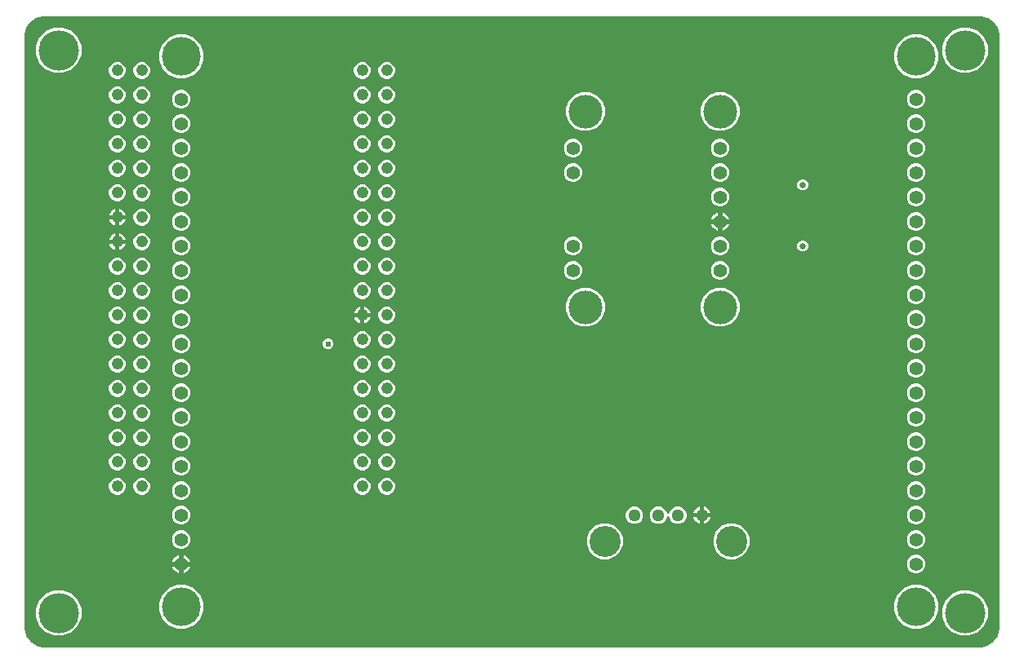
<source format=gbr>
G04 EAGLE Gerber RS-274X export*
G75*
%MOMM*%
%FSLAX34Y34*%
%LPD*%
%INCopper Layer 2*%
%IPPOS*%
%AMOC8*
5,1,8,0,0,1.08239X$1,22.5*%
G01*
%ADD10C,1.244600*%
%ADD11C,1.400000*%
%ADD12C,4.016000*%
%ADD13C,3.500000*%
%ADD14C,1.288000*%
%ADD15C,3.220000*%
%ADD16C,4.191000*%
%ADD17C,0.609600*%
%ADD18C,0.654800*%

G36*
X23906Y-10161D02*
X23906Y-10161D01*
X23970Y-10159D01*
X25234Y-10159D01*
X25255Y-10157D01*
X25344Y-10154D01*
X26318Y-10069D01*
X26318Y-10070D01*
X26430Y-10098D01*
X26540Y-10135D01*
X26584Y-10138D01*
X26626Y-10149D01*
X26787Y-10159D01*
X989213Y-10159D01*
X989257Y-10154D01*
X989300Y-10156D01*
X989414Y-10134D01*
X989529Y-10119D01*
X989569Y-10103D01*
X989613Y-10095D01*
X989669Y-10068D01*
X990656Y-10154D01*
X990677Y-10154D01*
X990766Y-10159D01*
X992015Y-10159D01*
X992032Y-10164D01*
X992131Y-10170D01*
X992151Y-10173D01*
X992164Y-10172D01*
X992193Y-10174D01*
X994355Y-10174D01*
X994440Y-10163D01*
X994525Y-10162D01*
X994660Y-10135D01*
X994670Y-10134D01*
X994674Y-10132D01*
X994683Y-10131D01*
X1001270Y-8366D01*
X1001401Y-8312D01*
X1001532Y-8263D01*
X1001554Y-8250D01*
X1001565Y-8245D01*
X1001581Y-8234D01*
X1001670Y-8179D01*
X1007256Y-4268D01*
X1007360Y-4173D01*
X1007467Y-4082D01*
X1007483Y-4062D01*
X1007492Y-4054D01*
X1007503Y-4038D01*
X1007568Y-3956D01*
X1011479Y1630D01*
X1011545Y1754D01*
X1011614Y1877D01*
X1011622Y1901D01*
X1011628Y1911D01*
X1011632Y1931D01*
X1011666Y2030D01*
X1013431Y8617D01*
X1013442Y8702D01*
X1013464Y8784D01*
X1013472Y8921D01*
X1013474Y8932D01*
X1013473Y8936D01*
X1013474Y8945D01*
X1013474Y11107D01*
X1013461Y11206D01*
X1013459Y11275D01*
X1013459Y12534D01*
X1013457Y12555D01*
X1013454Y12644D01*
X1013369Y13618D01*
X1013370Y13618D01*
X1013398Y13730D01*
X1013435Y13840D01*
X1013438Y13884D01*
X1013449Y13926D01*
X1013459Y14087D01*
X1013459Y620913D01*
X1013454Y620957D01*
X1013456Y621000D01*
X1013434Y621114D01*
X1013419Y621229D01*
X1013403Y621269D01*
X1013395Y621313D01*
X1013368Y621369D01*
X1013454Y622356D01*
X1013454Y622377D01*
X1013459Y622466D01*
X1013459Y623715D01*
X1013464Y623732D01*
X1013470Y623832D01*
X1013473Y623852D01*
X1013472Y623865D01*
X1013474Y623893D01*
X1013474Y626055D01*
X1013463Y626140D01*
X1013462Y626225D01*
X1013435Y626360D01*
X1013434Y626370D01*
X1013432Y626374D01*
X1013431Y626383D01*
X1011666Y632970D01*
X1011612Y633101D01*
X1011563Y633232D01*
X1011550Y633254D01*
X1011545Y633265D01*
X1011534Y633281D01*
X1011479Y633370D01*
X1007568Y638956D01*
X1007473Y639060D01*
X1007382Y639167D01*
X1007362Y639183D01*
X1007354Y639192D01*
X1007338Y639203D01*
X1007256Y639268D01*
X1001670Y643179D01*
X1001545Y643245D01*
X1001423Y643314D01*
X1001399Y643322D01*
X1001389Y643328D01*
X1001369Y643332D01*
X1001270Y643366D01*
X994683Y645131D01*
X994598Y645142D01*
X994515Y645164D01*
X994379Y645172D01*
X994368Y645174D01*
X994364Y645173D01*
X994355Y645174D01*
X992193Y645174D01*
X992094Y645161D01*
X992025Y645159D01*
X990766Y645159D01*
X990745Y645157D01*
X990656Y645154D01*
X989682Y645069D01*
X989682Y645070D01*
X989570Y645098D01*
X989460Y645135D01*
X989416Y645138D01*
X989374Y645149D01*
X989213Y645159D01*
X26787Y645159D01*
X26743Y645154D01*
X26700Y645156D01*
X26586Y645134D01*
X26471Y645119D01*
X26431Y645103D01*
X26387Y645095D01*
X26331Y645068D01*
X25344Y645154D01*
X25323Y645154D01*
X25234Y645159D01*
X23985Y645159D01*
X23968Y645164D01*
X23868Y645170D01*
X23848Y645173D01*
X23835Y645172D01*
X23807Y645174D01*
X21645Y645174D01*
X21560Y645163D01*
X21475Y645162D01*
X21340Y645135D01*
X21330Y645134D01*
X21326Y645132D01*
X21317Y645131D01*
X14730Y643366D01*
X14599Y643312D01*
X14468Y643263D01*
X14446Y643250D01*
X14435Y643245D01*
X14419Y643234D01*
X14330Y643179D01*
X8744Y639268D01*
X8640Y639173D01*
X8533Y639082D01*
X8517Y639062D01*
X8508Y639054D01*
X8497Y639038D01*
X8432Y638956D01*
X4521Y633370D01*
X4455Y633245D01*
X4386Y633123D01*
X4378Y633099D01*
X4372Y633089D01*
X4368Y633069D01*
X4334Y632970D01*
X2569Y626383D01*
X2558Y626298D01*
X2536Y626215D01*
X2528Y626079D01*
X2526Y626068D01*
X2527Y626064D01*
X2526Y626055D01*
X2526Y623893D01*
X2539Y623794D01*
X2541Y623725D01*
X2541Y622466D01*
X2543Y622445D01*
X2546Y622356D01*
X2631Y621382D01*
X2630Y621382D01*
X2602Y621270D01*
X2565Y621160D01*
X2562Y621116D01*
X2551Y621074D01*
X2541Y620913D01*
X2541Y14087D01*
X2546Y14043D01*
X2544Y14000D01*
X2566Y13886D01*
X2581Y13771D01*
X2597Y13731D01*
X2605Y13687D01*
X2632Y13631D01*
X2546Y12644D01*
X2546Y12623D01*
X2541Y12534D01*
X2541Y11285D01*
X2536Y11268D01*
X2530Y11168D01*
X2527Y11148D01*
X2528Y11135D01*
X2526Y11107D01*
X2526Y8945D01*
X2537Y8860D01*
X2538Y8775D01*
X2565Y8640D01*
X2566Y8630D01*
X2568Y8626D01*
X2569Y8617D01*
X4334Y2030D01*
X4388Y1899D01*
X4437Y1768D01*
X4450Y1746D01*
X4455Y1735D01*
X4466Y1719D01*
X4521Y1630D01*
X8432Y-3956D01*
X8527Y-4060D01*
X8618Y-4167D01*
X8638Y-4183D01*
X8646Y-4192D01*
X8662Y-4203D01*
X8744Y-4268D01*
X14330Y-8179D01*
X14455Y-8245D01*
X14577Y-8314D01*
X14601Y-8322D01*
X14611Y-8328D01*
X14631Y-8332D01*
X14730Y-8366D01*
X21317Y-10131D01*
X21402Y-10142D01*
X21485Y-10164D01*
X21621Y-10172D01*
X21632Y-10174D01*
X21636Y-10173D01*
X21645Y-10174D01*
X23807Y-10174D01*
X23906Y-10161D01*
G37*
%LPC*%
G36*
X973226Y586104D02*
X973226Y586104D01*
X964591Y589681D01*
X957981Y596291D01*
X954404Y604926D01*
X954404Y614274D01*
X957981Y622909D01*
X964591Y629519D01*
X973226Y633096D01*
X982574Y633096D01*
X991209Y629519D01*
X997819Y622909D01*
X1001396Y614274D01*
X1001396Y604926D01*
X997819Y596291D01*
X991209Y589681D01*
X982574Y586104D01*
X973226Y586104D01*
G37*
%LPD*%
%LPC*%
G36*
X33426Y586104D02*
X33426Y586104D01*
X24791Y589681D01*
X18181Y596291D01*
X14604Y604926D01*
X14604Y614274D01*
X18181Y622909D01*
X24791Y629519D01*
X33426Y633096D01*
X42774Y633096D01*
X51409Y629519D01*
X58019Y622909D01*
X61596Y614274D01*
X61596Y604926D01*
X58019Y596291D01*
X51409Y589681D01*
X42774Y586104D01*
X33426Y586104D01*
G37*
%LPD*%
%LPC*%
G36*
X33426Y1904D02*
X33426Y1904D01*
X24791Y5481D01*
X18181Y12091D01*
X14604Y20726D01*
X14604Y30074D01*
X18181Y38709D01*
X24791Y45319D01*
X33426Y48896D01*
X42774Y48896D01*
X51409Y45319D01*
X58019Y38709D01*
X61596Y30074D01*
X61596Y20726D01*
X58019Y12091D01*
X51409Y5481D01*
X42774Y1904D01*
X33426Y1904D01*
G37*
%LPD*%
%LPC*%
G36*
X973226Y1904D02*
X973226Y1904D01*
X964591Y5481D01*
X957981Y12091D01*
X954404Y20726D01*
X954404Y30074D01*
X957981Y38709D01*
X964591Y45319D01*
X973226Y48896D01*
X982574Y48896D01*
X991209Y45319D01*
X997819Y38709D01*
X1001396Y30074D01*
X1001396Y20726D01*
X997819Y12091D01*
X991209Y5481D01*
X982574Y1904D01*
X973226Y1904D01*
G37*
%LPD*%
%LPC*%
G36*
X922600Y580629D02*
X922600Y580629D01*
X914286Y584073D01*
X907923Y590436D01*
X904479Y598750D01*
X904479Y607750D01*
X907923Y616064D01*
X914286Y622427D01*
X922600Y625871D01*
X931600Y625871D01*
X939914Y622427D01*
X946277Y616064D01*
X949721Y607750D01*
X949721Y598750D01*
X946277Y590436D01*
X939914Y584073D01*
X931600Y580629D01*
X922600Y580629D01*
G37*
%LPD*%
%LPC*%
G36*
X160600Y580629D02*
X160600Y580629D01*
X152286Y584073D01*
X145923Y590436D01*
X142479Y598750D01*
X142479Y607750D01*
X145923Y616064D01*
X152286Y622427D01*
X160600Y625871D01*
X169600Y625871D01*
X177914Y622427D01*
X184277Y616064D01*
X187721Y607750D01*
X187721Y598750D01*
X184277Y590436D01*
X177914Y584073D01*
X169600Y580629D01*
X160600Y580629D01*
G37*
%LPD*%
%LPC*%
G36*
X922600Y9129D02*
X922600Y9129D01*
X914286Y12573D01*
X907923Y18936D01*
X904479Y27250D01*
X904479Y36250D01*
X907923Y44564D01*
X914286Y50927D01*
X922600Y54371D01*
X931600Y54371D01*
X939914Y50927D01*
X946277Y44564D01*
X949721Y36250D01*
X949721Y27250D01*
X946277Y18936D01*
X939914Y12573D01*
X931600Y9129D01*
X922600Y9129D01*
G37*
%LPD*%
%LPC*%
G36*
X160600Y9129D02*
X160600Y9129D01*
X152286Y12573D01*
X145923Y18936D01*
X142479Y27250D01*
X142479Y36250D01*
X145923Y44564D01*
X152286Y50927D01*
X160600Y54371D01*
X169600Y54371D01*
X177914Y50927D01*
X184277Y44564D01*
X187721Y36250D01*
X187721Y27250D01*
X184277Y18936D01*
X177914Y12573D01*
X169600Y9129D01*
X160600Y9129D01*
G37*
%LPD*%
%LPC*%
G36*
X719914Y526059D02*
X719914Y526059D01*
X712548Y529110D01*
X706910Y534748D01*
X703859Y542114D01*
X703859Y550086D01*
X706910Y557452D01*
X712548Y563090D01*
X719914Y566141D01*
X727886Y566141D01*
X735252Y563090D01*
X740890Y557452D01*
X743941Y550086D01*
X743941Y542114D01*
X740890Y534748D01*
X735252Y529110D01*
X727886Y526059D01*
X719914Y526059D01*
G37*
%LPD*%
%LPC*%
G36*
X580214Y526059D02*
X580214Y526059D01*
X572848Y529110D01*
X567210Y534748D01*
X564159Y542114D01*
X564159Y550086D01*
X567210Y557452D01*
X572848Y563090D01*
X580214Y566141D01*
X588186Y566141D01*
X595552Y563090D01*
X601190Y557452D01*
X604241Y550086D01*
X604241Y542114D01*
X601190Y534748D01*
X595552Y529110D01*
X588186Y526059D01*
X580214Y526059D01*
G37*
%LPD*%
%LPC*%
G36*
X580214Y322859D02*
X580214Y322859D01*
X572848Y325910D01*
X567210Y331548D01*
X564159Y338914D01*
X564159Y346886D01*
X567210Y354252D01*
X572848Y359890D01*
X580214Y362941D01*
X588186Y362941D01*
X595552Y359890D01*
X601190Y354252D01*
X604241Y346886D01*
X604241Y338914D01*
X601190Y331548D01*
X595552Y325910D01*
X588186Y322859D01*
X580214Y322859D01*
G37*
%LPD*%
%LPC*%
G36*
X719914Y322859D02*
X719914Y322859D01*
X712548Y325910D01*
X706910Y331548D01*
X703859Y338914D01*
X703859Y346886D01*
X706910Y354252D01*
X712548Y359890D01*
X719914Y362941D01*
X727886Y362941D01*
X735252Y359890D01*
X740890Y354252D01*
X743941Y346886D01*
X743941Y338914D01*
X740890Y331548D01*
X735252Y325910D01*
X727886Y322859D01*
X719914Y322859D01*
G37*
%LPD*%
%LPC*%
G36*
X731992Y81259D02*
X731992Y81259D01*
X725141Y84097D01*
X719897Y89341D01*
X717059Y96192D01*
X717059Y103608D01*
X719897Y110459D01*
X725141Y115703D01*
X731992Y118541D01*
X739408Y118541D01*
X746259Y115703D01*
X751503Y110459D01*
X754341Y103608D01*
X754341Y96192D01*
X751503Y89341D01*
X746259Y84097D01*
X739408Y81259D01*
X731992Y81259D01*
G37*
%LPD*%
%LPC*%
G36*
X600592Y81259D02*
X600592Y81259D01*
X593741Y84097D01*
X588497Y89341D01*
X585659Y96192D01*
X585659Y103608D01*
X588497Y110459D01*
X593741Y115703D01*
X600592Y118541D01*
X608008Y118541D01*
X614859Y115703D01*
X620103Y110459D01*
X622941Y103608D01*
X622941Y96192D01*
X620103Y89341D01*
X614859Y84097D01*
X608008Y81259D01*
X600592Y81259D01*
G37*
%LPD*%
%LPC*%
G36*
X658214Y118019D02*
X658214Y118019D01*
X654913Y119386D01*
X652386Y121913D01*
X651019Y125214D01*
X651019Y128786D01*
X652386Y132087D01*
X654913Y134614D01*
X658214Y135981D01*
X661786Y135981D01*
X665087Y134614D01*
X667614Y132087D01*
X668827Y129157D01*
X668896Y129036D01*
X668961Y128913D01*
X668975Y128898D01*
X668985Y128880D01*
X669082Y128780D01*
X669175Y128678D01*
X669192Y128666D01*
X669206Y128652D01*
X669324Y128579D01*
X669441Y128503D01*
X669460Y128496D01*
X669477Y128486D01*
X669610Y128445D01*
X669742Y128400D01*
X669762Y128398D01*
X669781Y128392D01*
X669920Y128385D01*
X670059Y128374D01*
X670079Y128378D01*
X670099Y128377D01*
X670235Y128405D01*
X670372Y128429D01*
X670391Y128437D01*
X670410Y128441D01*
X670535Y128502D01*
X670662Y128559D01*
X670678Y128572D01*
X670696Y128581D01*
X670802Y128671D01*
X670910Y128758D01*
X670923Y128774D01*
X670938Y128787D01*
X671018Y128901D01*
X671102Y129012D01*
X671114Y129037D01*
X671121Y129047D01*
X671128Y129067D01*
X671173Y129157D01*
X672386Y132087D01*
X674913Y134614D01*
X678214Y135981D01*
X681786Y135981D01*
X685087Y134614D01*
X687614Y132087D01*
X688981Y128786D01*
X688981Y125214D01*
X687614Y121913D01*
X685087Y119386D01*
X681786Y118019D01*
X678214Y118019D01*
X674913Y119386D01*
X672386Y121913D01*
X671173Y124843D01*
X671104Y124964D01*
X671039Y125087D01*
X671025Y125102D01*
X671015Y125120D01*
X670918Y125220D01*
X670825Y125322D01*
X670808Y125333D01*
X670794Y125348D01*
X670675Y125421D01*
X670559Y125497D01*
X670540Y125504D01*
X670523Y125514D01*
X670390Y125555D01*
X670258Y125600D01*
X670238Y125602D01*
X670219Y125608D01*
X670080Y125615D01*
X669941Y125626D01*
X669921Y125622D01*
X669901Y125623D01*
X669765Y125595D01*
X669628Y125571D01*
X669609Y125563D01*
X669590Y125559D01*
X669464Y125497D01*
X669338Y125441D01*
X669322Y125428D01*
X669304Y125419D01*
X669198Y125329D01*
X669090Y125242D01*
X669077Y125226D01*
X669062Y125213D01*
X668982Y125099D01*
X668898Y124988D01*
X668886Y124963D01*
X668879Y124953D01*
X668872Y124933D01*
X668827Y124843D01*
X667614Y121913D01*
X665087Y119386D01*
X661786Y118019D01*
X658214Y118019D01*
G37*
%LPD*%
%LPC*%
G36*
X163202Y549259D02*
X163202Y549259D01*
X159696Y550712D01*
X157012Y553396D01*
X155559Y556902D01*
X155559Y560698D01*
X157012Y564204D01*
X159696Y566888D01*
X163202Y568341D01*
X166998Y568341D01*
X170504Y566888D01*
X173188Y564204D01*
X174641Y560698D01*
X174641Y556902D01*
X173188Y553396D01*
X170504Y550712D01*
X166998Y549259D01*
X163202Y549259D01*
G37*
%LPD*%
%LPC*%
G36*
X163202Y269859D02*
X163202Y269859D01*
X159696Y271312D01*
X157012Y273996D01*
X155559Y277502D01*
X155559Y281298D01*
X157012Y284804D01*
X159696Y287488D01*
X163202Y288941D01*
X166998Y288941D01*
X170504Y287488D01*
X173188Y284804D01*
X174641Y281298D01*
X174641Y277502D01*
X173188Y273996D01*
X170504Y271312D01*
X166998Y269859D01*
X163202Y269859D01*
G37*
%LPD*%
%LPC*%
G36*
X925202Y269859D02*
X925202Y269859D01*
X921696Y271312D01*
X919012Y273996D01*
X917559Y277502D01*
X917559Y281298D01*
X919012Y284804D01*
X921696Y287488D01*
X925202Y288941D01*
X928998Y288941D01*
X932504Y287488D01*
X935188Y284804D01*
X936641Y281298D01*
X936641Y277502D01*
X935188Y273996D01*
X932504Y271312D01*
X928998Y269859D01*
X925202Y269859D01*
G37*
%LPD*%
%LPC*%
G36*
X163202Y295259D02*
X163202Y295259D01*
X159696Y296712D01*
X157012Y299396D01*
X155559Y302902D01*
X155559Y306698D01*
X157012Y310204D01*
X159696Y312888D01*
X163202Y314341D01*
X166998Y314341D01*
X170504Y312888D01*
X173188Y310204D01*
X174641Y306698D01*
X174641Y302902D01*
X173188Y299396D01*
X170504Y296712D01*
X166998Y295259D01*
X163202Y295259D01*
G37*
%LPD*%
%LPC*%
G36*
X925202Y219059D02*
X925202Y219059D01*
X921696Y220512D01*
X919012Y223196D01*
X917559Y226702D01*
X917559Y230498D01*
X919012Y234004D01*
X921696Y236688D01*
X925202Y238141D01*
X928998Y238141D01*
X932504Y236688D01*
X935188Y234004D01*
X936641Y230498D01*
X936641Y226702D01*
X935188Y223196D01*
X932504Y220512D01*
X928998Y219059D01*
X925202Y219059D01*
G37*
%LPD*%
%LPC*%
G36*
X925202Y523859D02*
X925202Y523859D01*
X921696Y525312D01*
X919012Y527996D01*
X917559Y531502D01*
X917559Y535298D01*
X919012Y538804D01*
X921696Y541488D01*
X925202Y542941D01*
X928998Y542941D01*
X932504Y541488D01*
X935188Y538804D01*
X936641Y535298D01*
X936641Y531502D01*
X935188Y527996D01*
X932504Y525312D01*
X928998Y523859D01*
X925202Y523859D01*
G37*
%LPD*%
%LPC*%
G36*
X163202Y523859D02*
X163202Y523859D01*
X159696Y525312D01*
X157012Y527996D01*
X155559Y531502D01*
X155559Y535298D01*
X157012Y538804D01*
X159696Y541488D01*
X163202Y542941D01*
X166998Y542941D01*
X170504Y541488D01*
X173188Y538804D01*
X174641Y535298D01*
X174641Y531502D01*
X173188Y527996D01*
X170504Y525312D01*
X166998Y523859D01*
X163202Y523859D01*
G37*
%LPD*%
%LPC*%
G36*
X925202Y295259D02*
X925202Y295259D01*
X921696Y296712D01*
X919012Y299396D01*
X917559Y302902D01*
X917559Y306698D01*
X919012Y310204D01*
X921696Y312888D01*
X925202Y314341D01*
X928998Y314341D01*
X932504Y312888D01*
X935188Y310204D01*
X936641Y306698D01*
X936641Y302902D01*
X935188Y299396D01*
X932504Y296712D01*
X928998Y295259D01*
X925202Y295259D01*
G37*
%LPD*%
%LPC*%
G36*
X163202Y320659D02*
X163202Y320659D01*
X159696Y322112D01*
X157012Y324796D01*
X155559Y328302D01*
X155559Y332098D01*
X157012Y335604D01*
X159696Y338288D01*
X163202Y339741D01*
X166998Y339741D01*
X170504Y338288D01*
X173188Y335604D01*
X174641Y332098D01*
X174641Y328302D01*
X173188Y324796D01*
X170504Y322112D01*
X166998Y320659D01*
X163202Y320659D01*
G37*
%LPD*%
%LPC*%
G36*
X722002Y371459D02*
X722002Y371459D01*
X718496Y372912D01*
X715812Y375596D01*
X714359Y379102D01*
X714359Y382898D01*
X715812Y386404D01*
X718496Y389088D01*
X722002Y390541D01*
X725798Y390541D01*
X729304Y389088D01*
X731988Y386404D01*
X733441Y382898D01*
X733441Y379102D01*
X731988Y375596D01*
X729304Y372912D01*
X725798Y371459D01*
X722002Y371459D01*
G37*
%LPD*%
%LPC*%
G36*
X569602Y371459D02*
X569602Y371459D01*
X566096Y372912D01*
X563412Y375596D01*
X561959Y379102D01*
X561959Y382898D01*
X563412Y386404D01*
X566096Y389088D01*
X569602Y390541D01*
X573398Y390541D01*
X576904Y389088D01*
X579588Y386404D01*
X581041Y382898D01*
X581041Y379102D01*
X579588Y375596D01*
X576904Y372912D01*
X573398Y371459D01*
X569602Y371459D01*
G37*
%LPD*%
%LPC*%
G36*
X925202Y498459D02*
X925202Y498459D01*
X921696Y499912D01*
X919012Y502596D01*
X917559Y506102D01*
X917559Y509898D01*
X919012Y513404D01*
X921696Y516088D01*
X925202Y517541D01*
X928998Y517541D01*
X932504Y516088D01*
X935188Y513404D01*
X936641Y509898D01*
X936641Y506102D01*
X935188Y502596D01*
X932504Y499912D01*
X928998Y498459D01*
X925202Y498459D01*
G37*
%LPD*%
%LPC*%
G36*
X722002Y498459D02*
X722002Y498459D01*
X718496Y499912D01*
X715812Y502596D01*
X714359Y506102D01*
X714359Y509898D01*
X715812Y513404D01*
X718496Y516088D01*
X722002Y517541D01*
X725798Y517541D01*
X729304Y516088D01*
X731988Y513404D01*
X733441Y509898D01*
X733441Y506102D01*
X731988Y502596D01*
X729304Y499912D01*
X725798Y498459D01*
X722002Y498459D01*
G37*
%LPD*%
%LPC*%
G36*
X569602Y498459D02*
X569602Y498459D01*
X566096Y499912D01*
X563412Y502596D01*
X561959Y506102D01*
X561959Y509898D01*
X563412Y513404D01*
X566096Y516088D01*
X569602Y517541D01*
X573398Y517541D01*
X576904Y516088D01*
X579588Y513404D01*
X581041Y509898D01*
X581041Y506102D01*
X579588Y502596D01*
X576904Y499912D01*
X573398Y498459D01*
X569602Y498459D01*
G37*
%LPD*%
%LPC*%
G36*
X163202Y498459D02*
X163202Y498459D01*
X159696Y499912D01*
X157012Y502596D01*
X155559Y506102D01*
X155559Y509898D01*
X157012Y513404D01*
X159696Y516088D01*
X163202Y517541D01*
X166998Y517541D01*
X170504Y516088D01*
X173188Y513404D01*
X174641Y509898D01*
X174641Y506102D01*
X173188Y502596D01*
X170504Y499912D01*
X166998Y498459D01*
X163202Y498459D01*
G37*
%LPD*%
%LPC*%
G36*
X163202Y371459D02*
X163202Y371459D01*
X159696Y372912D01*
X157012Y375596D01*
X155559Y379102D01*
X155559Y382898D01*
X157012Y386404D01*
X159696Y389088D01*
X163202Y390541D01*
X166998Y390541D01*
X170504Y389088D01*
X173188Y386404D01*
X174641Y382898D01*
X174641Y379102D01*
X173188Y375596D01*
X170504Y372912D01*
X166998Y371459D01*
X163202Y371459D01*
G37*
%LPD*%
%LPC*%
G36*
X925202Y320659D02*
X925202Y320659D01*
X921696Y322112D01*
X919012Y324796D01*
X917559Y328302D01*
X917559Y332098D01*
X919012Y335604D01*
X921696Y338288D01*
X925202Y339741D01*
X928998Y339741D01*
X932504Y338288D01*
X935188Y335604D01*
X936641Y332098D01*
X936641Y328302D01*
X935188Y324796D01*
X932504Y322112D01*
X928998Y320659D01*
X925202Y320659D01*
G37*
%LPD*%
%LPC*%
G36*
X163202Y346059D02*
X163202Y346059D01*
X159696Y347512D01*
X157012Y350196D01*
X155559Y353702D01*
X155559Y357498D01*
X157012Y361004D01*
X159696Y363688D01*
X163202Y365141D01*
X166998Y365141D01*
X170504Y363688D01*
X173188Y361004D01*
X174641Y357498D01*
X174641Y353702D01*
X173188Y350196D01*
X170504Y347512D01*
X166998Y346059D01*
X163202Y346059D01*
G37*
%LPD*%
%LPC*%
G36*
X925202Y396859D02*
X925202Y396859D01*
X921696Y398312D01*
X919012Y400996D01*
X917559Y404502D01*
X917559Y408298D01*
X919012Y411804D01*
X921696Y414488D01*
X925202Y415941D01*
X928998Y415941D01*
X932504Y414488D01*
X935188Y411804D01*
X936641Y408298D01*
X936641Y404502D01*
X935188Y400996D01*
X932504Y398312D01*
X928998Y396859D01*
X925202Y396859D01*
G37*
%LPD*%
%LPC*%
G36*
X925202Y473059D02*
X925202Y473059D01*
X921696Y474512D01*
X919012Y477196D01*
X917559Y480702D01*
X917559Y484498D01*
X919012Y488004D01*
X921696Y490688D01*
X925202Y492141D01*
X928998Y492141D01*
X932504Y490688D01*
X935188Y488004D01*
X936641Y484498D01*
X936641Y480702D01*
X935188Y477196D01*
X932504Y474512D01*
X928998Y473059D01*
X925202Y473059D01*
G37*
%LPD*%
%LPC*%
G36*
X722002Y473059D02*
X722002Y473059D01*
X718496Y474512D01*
X715812Y477196D01*
X714359Y480702D01*
X714359Y484498D01*
X715812Y488004D01*
X718496Y490688D01*
X722002Y492141D01*
X725798Y492141D01*
X729304Y490688D01*
X731988Y488004D01*
X733441Y484498D01*
X733441Y480702D01*
X731988Y477196D01*
X729304Y474512D01*
X725798Y473059D01*
X722002Y473059D01*
G37*
%LPD*%
%LPC*%
G36*
X569602Y473059D02*
X569602Y473059D01*
X566096Y474512D01*
X563412Y477196D01*
X561959Y480702D01*
X561959Y484498D01*
X563412Y488004D01*
X566096Y490688D01*
X569602Y492141D01*
X573398Y492141D01*
X576904Y490688D01*
X579588Y488004D01*
X581041Y484498D01*
X581041Y480702D01*
X579588Y477196D01*
X576904Y474512D01*
X573398Y473059D01*
X569602Y473059D01*
G37*
%LPD*%
%LPC*%
G36*
X163202Y473059D02*
X163202Y473059D01*
X159696Y474512D01*
X157012Y477196D01*
X155559Y480702D01*
X155559Y484498D01*
X157012Y488004D01*
X159696Y490688D01*
X163202Y492141D01*
X166998Y492141D01*
X170504Y490688D01*
X173188Y488004D01*
X174641Y484498D01*
X174641Y480702D01*
X173188Y477196D01*
X170504Y474512D01*
X166998Y473059D01*
X163202Y473059D01*
G37*
%LPD*%
%LPC*%
G36*
X163202Y219059D02*
X163202Y219059D01*
X159696Y220512D01*
X157012Y223196D01*
X155559Y226702D01*
X155559Y230498D01*
X157012Y234004D01*
X159696Y236688D01*
X163202Y238141D01*
X166998Y238141D01*
X170504Y236688D01*
X173188Y234004D01*
X174641Y230498D01*
X174641Y226702D01*
X173188Y223196D01*
X170504Y220512D01*
X166998Y219059D01*
X163202Y219059D01*
G37*
%LPD*%
%LPC*%
G36*
X722002Y396859D02*
X722002Y396859D01*
X718496Y398312D01*
X715812Y400996D01*
X714359Y404502D01*
X714359Y408298D01*
X715812Y411804D01*
X718496Y414488D01*
X722002Y415941D01*
X725798Y415941D01*
X729304Y414488D01*
X731988Y411804D01*
X733441Y408298D01*
X733441Y404502D01*
X731988Y400996D01*
X729304Y398312D01*
X725798Y396859D01*
X722002Y396859D01*
G37*
%LPD*%
%LPC*%
G36*
X569602Y396859D02*
X569602Y396859D01*
X566096Y398312D01*
X563412Y400996D01*
X561959Y404502D01*
X561959Y408298D01*
X563412Y411804D01*
X566096Y414488D01*
X569602Y415941D01*
X573398Y415941D01*
X576904Y414488D01*
X579588Y411804D01*
X581041Y408298D01*
X581041Y404502D01*
X579588Y400996D01*
X576904Y398312D01*
X573398Y396859D01*
X569602Y396859D01*
G37*
%LPD*%
%LPC*%
G36*
X163202Y396859D02*
X163202Y396859D01*
X159696Y398312D01*
X157012Y400996D01*
X155559Y404502D01*
X155559Y408298D01*
X157012Y411804D01*
X159696Y414488D01*
X163202Y415941D01*
X166998Y415941D01*
X170504Y414488D01*
X173188Y411804D01*
X174641Y408298D01*
X174641Y404502D01*
X173188Y400996D01*
X170504Y398312D01*
X166998Y396859D01*
X163202Y396859D01*
G37*
%LPD*%
%LPC*%
G36*
X925202Y346059D02*
X925202Y346059D01*
X921696Y347512D01*
X919012Y350196D01*
X917559Y353702D01*
X917559Y357498D01*
X919012Y361004D01*
X921696Y363688D01*
X925202Y365141D01*
X928998Y365141D01*
X932504Y363688D01*
X935188Y361004D01*
X936641Y357498D01*
X936641Y353702D01*
X935188Y350196D01*
X932504Y347512D01*
X928998Y346059D01*
X925202Y346059D01*
G37*
%LPD*%
%LPC*%
G36*
X925202Y447659D02*
X925202Y447659D01*
X921696Y449112D01*
X919012Y451796D01*
X917559Y455302D01*
X917559Y459098D01*
X919012Y462604D01*
X921696Y465288D01*
X925202Y466741D01*
X928998Y466741D01*
X932504Y465288D01*
X935188Y462604D01*
X936641Y459098D01*
X936641Y455302D01*
X935188Y451796D01*
X932504Y449112D01*
X928998Y447659D01*
X925202Y447659D01*
G37*
%LPD*%
%LPC*%
G36*
X722002Y447659D02*
X722002Y447659D01*
X718496Y449112D01*
X715812Y451796D01*
X714359Y455302D01*
X714359Y459098D01*
X715812Y462604D01*
X718496Y465288D01*
X722002Y466741D01*
X725798Y466741D01*
X729304Y465288D01*
X731988Y462604D01*
X733441Y459098D01*
X733441Y455302D01*
X731988Y451796D01*
X729304Y449112D01*
X725798Y447659D01*
X722002Y447659D01*
G37*
%LPD*%
%LPC*%
G36*
X163202Y447659D02*
X163202Y447659D01*
X159696Y449112D01*
X157012Y451796D01*
X155559Y455302D01*
X155559Y459098D01*
X157012Y462604D01*
X159696Y465288D01*
X163202Y466741D01*
X166998Y466741D01*
X170504Y465288D01*
X173188Y462604D01*
X174641Y459098D01*
X174641Y455302D01*
X173188Y451796D01*
X170504Y449112D01*
X166998Y447659D01*
X163202Y447659D01*
G37*
%LPD*%
%LPC*%
G36*
X925202Y193659D02*
X925202Y193659D01*
X921696Y195112D01*
X919012Y197796D01*
X917559Y201302D01*
X917559Y205098D01*
X919012Y208604D01*
X921696Y211288D01*
X925202Y212741D01*
X928998Y212741D01*
X932504Y211288D01*
X935188Y208604D01*
X936641Y205098D01*
X936641Y201302D01*
X935188Y197796D01*
X932504Y195112D01*
X928998Y193659D01*
X925202Y193659D01*
G37*
%LPD*%
%LPC*%
G36*
X925202Y371459D02*
X925202Y371459D01*
X921696Y372912D01*
X919012Y375596D01*
X917559Y379102D01*
X917559Y382898D01*
X919012Y386404D01*
X921696Y389088D01*
X925202Y390541D01*
X928998Y390541D01*
X932504Y389088D01*
X935188Y386404D01*
X936641Y382898D01*
X936641Y379102D01*
X935188Y375596D01*
X932504Y372912D01*
X928998Y371459D01*
X925202Y371459D01*
G37*
%LPD*%
%LPC*%
G36*
X925202Y168259D02*
X925202Y168259D01*
X921696Y169712D01*
X919012Y172396D01*
X917559Y175902D01*
X917559Y179698D01*
X919012Y183204D01*
X921696Y185888D01*
X925202Y187341D01*
X928998Y187341D01*
X932504Y185888D01*
X935188Y183204D01*
X936641Y179698D01*
X936641Y175902D01*
X935188Y172396D01*
X932504Y169712D01*
X928998Y168259D01*
X925202Y168259D01*
G37*
%LPD*%
%LPC*%
G36*
X163202Y168259D02*
X163202Y168259D01*
X159696Y169712D01*
X157012Y172396D01*
X155559Y175902D01*
X155559Y179698D01*
X157012Y183204D01*
X159696Y185888D01*
X163202Y187341D01*
X166998Y187341D01*
X170504Y185888D01*
X173188Y183204D01*
X174641Y179698D01*
X174641Y175902D01*
X173188Y172396D01*
X170504Y169712D01*
X166998Y168259D01*
X163202Y168259D01*
G37*
%LPD*%
%LPC*%
G36*
X925202Y142859D02*
X925202Y142859D01*
X921696Y144312D01*
X919012Y146996D01*
X917559Y150502D01*
X917559Y154298D01*
X919012Y157804D01*
X921696Y160488D01*
X925202Y161941D01*
X928998Y161941D01*
X932504Y160488D01*
X935188Y157804D01*
X936641Y154298D01*
X936641Y150502D01*
X935188Y146996D01*
X932504Y144312D01*
X928998Y142859D01*
X925202Y142859D01*
G37*
%LPD*%
%LPC*%
G36*
X163202Y142859D02*
X163202Y142859D01*
X159696Y144312D01*
X157012Y146996D01*
X155559Y150502D01*
X155559Y154298D01*
X157012Y157804D01*
X159696Y160488D01*
X163202Y161941D01*
X166998Y161941D01*
X170504Y160488D01*
X173188Y157804D01*
X174641Y154298D01*
X174641Y150502D01*
X173188Y146996D01*
X170504Y144312D01*
X166998Y142859D01*
X163202Y142859D01*
G37*
%LPD*%
%LPC*%
G36*
X163202Y117459D02*
X163202Y117459D01*
X159696Y118912D01*
X157012Y121596D01*
X155559Y125102D01*
X155559Y128898D01*
X157012Y132404D01*
X159696Y135088D01*
X163202Y136541D01*
X166998Y136541D01*
X170504Y135088D01*
X173188Y132404D01*
X174641Y128898D01*
X174641Y125102D01*
X173188Y121596D01*
X170504Y118912D01*
X166998Y117459D01*
X163202Y117459D01*
G37*
%LPD*%
%LPC*%
G36*
X163202Y244459D02*
X163202Y244459D01*
X159696Y245912D01*
X157012Y248596D01*
X155559Y252102D01*
X155559Y255898D01*
X157012Y259404D01*
X159696Y262088D01*
X163202Y263541D01*
X166998Y263541D01*
X170504Y262088D01*
X173188Y259404D01*
X174641Y255898D01*
X174641Y252102D01*
X173188Y248596D01*
X170504Y245912D01*
X166998Y244459D01*
X163202Y244459D01*
G37*
%LPD*%
%LPC*%
G36*
X163202Y193659D02*
X163202Y193659D01*
X159696Y195112D01*
X157012Y197796D01*
X155559Y201302D01*
X155559Y205098D01*
X157012Y208604D01*
X159696Y211288D01*
X163202Y212741D01*
X166998Y212741D01*
X170504Y211288D01*
X173188Y208604D01*
X174641Y205098D01*
X174641Y201302D01*
X173188Y197796D01*
X170504Y195112D01*
X166998Y193659D01*
X163202Y193659D01*
G37*
%LPD*%
%LPC*%
G36*
X925202Y422259D02*
X925202Y422259D01*
X921696Y423712D01*
X919012Y426396D01*
X917559Y429902D01*
X917559Y433698D01*
X919012Y437204D01*
X921696Y439888D01*
X925202Y441341D01*
X928998Y441341D01*
X932504Y439888D01*
X935188Y437204D01*
X936641Y433698D01*
X936641Y429902D01*
X935188Y426396D01*
X932504Y423712D01*
X928998Y422259D01*
X925202Y422259D01*
G37*
%LPD*%
%LPC*%
G36*
X925202Y92059D02*
X925202Y92059D01*
X921696Y93512D01*
X919012Y96196D01*
X917559Y99702D01*
X917559Y103498D01*
X919012Y107004D01*
X921696Y109688D01*
X925202Y111141D01*
X928998Y111141D01*
X932504Y109688D01*
X935188Y107004D01*
X936641Y103498D01*
X936641Y99702D01*
X935188Y96196D01*
X932504Y93512D01*
X928998Y92059D01*
X925202Y92059D01*
G37*
%LPD*%
%LPC*%
G36*
X163202Y92059D02*
X163202Y92059D01*
X159696Y93512D01*
X157012Y96196D01*
X155559Y99702D01*
X155559Y103498D01*
X157012Y107004D01*
X159696Y109688D01*
X163202Y111141D01*
X166998Y111141D01*
X170504Y109688D01*
X173188Y107004D01*
X174641Y103498D01*
X174641Y99702D01*
X173188Y96196D01*
X170504Y93512D01*
X166998Y92059D01*
X163202Y92059D01*
G37*
%LPD*%
%LPC*%
G36*
X925202Y66659D02*
X925202Y66659D01*
X921696Y68112D01*
X919012Y70796D01*
X917559Y74302D01*
X917559Y78098D01*
X919012Y81604D01*
X921696Y84288D01*
X925202Y85741D01*
X928998Y85741D01*
X932504Y84288D01*
X935188Y81604D01*
X936641Y78098D01*
X936641Y74302D01*
X935188Y70796D01*
X932504Y68112D01*
X928998Y66659D01*
X925202Y66659D01*
G37*
%LPD*%
%LPC*%
G36*
X163202Y422259D02*
X163202Y422259D01*
X159696Y423712D01*
X157012Y426396D01*
X155559Y429902D01*
X155559Y433698D01*
X157012Y437204D01*
X159696Y439888D01*
X163202Y441341D01*
X166998Y441341D01*
X170504Y439888D01*
X173188Y437204D01*
X174641Y433698D01*
X174641Y429902D01*
X173188Y426396D01*
X170504Y423712D01*
X166998Y422259D01*
X163202Y422259D01*
G37*
%LPD*%
%LPC*%
G36*
X925202Y244459D02*
X925202Y244459D01*
X921696Y245912D01*
X919012Y248596D01*
X917559Y252102D01*
X917559Y255898D01*
X919012Y259404D01*
X921696Y262088D01*
X925202Y263541D01*
X928998Y263541D01*
X932504Y262088D01*
X935188Y259404D01*
X936641Y255898D01*
X936641Y252102D01*
X935188Y248596D01*
X932504Y245912D01*
X928998Y244459D01*
X925202Y244459D01*
G37*
%LPD*%
%LPC*%
G36*
X925202Y549259D02*
X925202Y549259D01*
X921696Y550712D01*
X919012Y553396D01*
X917559Y556902D01*
X917559Y560698D01*
X919012Y564204D01*
X921696Y566888D01*
X925202Y568341D01*
X928998Y568341D01*
X932504Y566888D01*
X935188Y564204D01*
X936641Y560698D01*
X936641Y556902D01*
X935188Y553396D01*
X932504Y550712D01*
X928998Y549259D01*
X925202Y549259D01*
G37*
%LPD*%
%LPC*%
G36*
X925202Y117459D02*
X925202Y117459D01*
X921696Y118912D01*
X919012Y121596D01*
X917559Y125102D01*
X917559Y128898D01*
X919012Y132404D01*
X921696Y135088D01*
X925202Y136541D01*
X928998Y136541D01*
X932504Y135088D01*
X935188Y132404D01*
X936641Y128898D01*
X936641Y125102D01*
X935188Y121596D01*
X932504Y118912D01*
X928998Y117459D01*
X925202Y117459D01*
G37*
%LPD*%
%LPC*%
G36*
X633214Y118019D02*
X633214Y118019D01*
X629913Y119386D01*
X627386Y121913D01*
X626019Y125214D01*
X626019Y128786D01*
X627386Y132087D01*
X629913Y134614D01*
X633214Y135981D01*
X636786Y135981D01*
X640087Y134614D01*
X642614Y132087D01*
X643981Y128786D01*
X643981Y125214D01*
X642614Y121913D01*
X640087Y119386D01*
X636786Y118019D01*
X633214Y118019D01*
G37*
%LPD*%
%LPC*%
G36*
X97057Y478236D02*
X97057Y478236D01*
X93836Y479570D01*
X91370Y482036D01*
X90036Y485257D01*
X90036Y488743D01*
X91370Y491964D01*
X93836Y494430D01*
X97057Y495764D01*
X100543Y495764D01*
X103764Y494430D01*
X106230Y491964D01*
X107564Y488743D01*
X107564Y485257D01*
X106230Y482036D01*
X103764Y479570D01*
X100543Y478236D01*
X97057Y478236D01*
G37*
%LPD*%
%LPC*%
G36*
X122457Y452836D02*
X122457Y452836D01*
X119236Y454170D01*
X116770Y456636D01*
X115436Y459857D01*
X115436Y463343D01*
X116770Y466564D01*
X119236Y469030D01*
X122457Y470364D01*
X125943Y470364D01*
X129164Y469030D01*
X131630Y466564D01*
X132964Y463343D01*
X132964Y459857D01*
X131630Y456636D01*
X129164Y454170D01*
X125943Y452836D01*
X122457Y452836D01*
G37*
%LPD*%
%LPC*%
G36*
X97057Y452836D02*
X97057Y452836D01*
X93836Y454170D01*
X91370Y456636D01*
X90036Y459857D01*
X90036Y463343D01*
X91370Y466564D01*
X93836Y469030D01*
X97057Y470364D01*
X100543Y470364D01*
X103764Y469030D01*
X106230Y466564D01*
X107564Y463343D01*
X107564Y459857D01*
X106230Y456636D01*
X103764Y454170D01*
X100543Y452836D01*
X97057Y452836D01*
G37*
%LPD*%
%LPC*%
G36*
X376457Y452836D02*
X376457Y452836D01*
X373236Y454170D01*
X370770Y456636D01*
X369436Y459857D01*
X369436Y463343D01*
X370770Y466564D01*
X373236Y469030D01*
X376457Y470364D01*
X379943Y470364D01*
X383164Y469030D01*
X385630Y466564D01*
X386964Y463343D01*
X386964Y459857D01*
X385630Y456636D01*
X383164Y454170D01*
X379943Y452836D01*
X376457Y452836D01*
G37*
%LPD*%
%LPC*%
G36*
X351057Y452836D02*
X351057Y452836D01*
X347836Y454170D01*
X345370Y456636D01*
X344036Y459857D01*
X344036Y463343D01*
X345370Y466564D01*
X347836Y469030D01*
X351057Y470364D01*
X354543Y470364D01*
X357764Y469030D01*
X360230Y466564D01*
X361564Y463343D01*
X361564Y459857D01*
X360230Y456636D01*
X357764Y454170D01*
X354543Y452836D01*
X351057Y452836D01*
G37*
%LPD*%
%LPC*%
G36*
X376457Y427436D02*
X376457Y427436D01*
X373236Y428770D01*
X370770Y431236D01*
X369436Y434457D01*
X369436Y437943D01*
X370770Y441164D01*
X373236Y443630D01*
X376457Y444964D01*
X379943Y444964D01*
X383164Y443630D01*
X385630Y441164D01*
X386964Y437943D01*
X386964Y434457D01*
X385630Y431236D01*
X383164Y428770D01*
X379943Y427436D01*
X376457Y427436D01*
G37*
%LPD*%
%LPC*%
G36*
X351057Y427436D02*
X351057Y427436D01*
X347836Y428770D01*
X345370Y431236D01*
X344036Y434457D01*
X344036Y437943D01*
X345370Y441164D01*
X347836Y443630D01*
X351057Y444964D01*
X354543Y444964D01*
X357764Y443630D01*
X360230Y441164D01*
X361564Y437943D01*
X361564Y434457D01*
X360230Y431236D01*
X357764Y428770D01*
X354543Y427436D01*
X351057Y427436D01*
G37*
%LPD*%
%LPC*%
G36*
X122457Y427436D02*
X122457Y427436D01*
X119236Y428770D01*
X116770Y431236D01*
X115436Y434457D01*
X115436Y437943D01*
X116770Y441164D01*
X119236Y443630D01*
X122457Y444964D01*
X125943Y444964D01*
X129164Y443630D01*
X131630Y441164D01*
X132964Y437943D01*
X132964Y434457D01*
X131630Y431236D01*
X129164Y428770D01*
X125943Y427436D01*
X122457Y427436D01*
G37*
%LPD*%
%LPC*%
G36*
X376457Y402036D02*
X376457Y402036D01*
X373236Y403370D01*
X370770Y405836D01*
X369436Y409057D01*
X369436Y412543D01*
X370770Y415764D01*
X373236Y418230D01*
X376457Y419564D01*
X379943Y419564D01*
X383164Y418230D01*
X385630Y415764D01*
X386964Y412543D01*
X386964Y409057D01*
X385630Y405836D01*
X383164Y403370D01*
X379943Y402036D01*
X376457Y402036D01*
G37*
%LPD*%
%LPC*%
G36*
X351057Y402036D02*
X351057Y402036D01*
X347836Y403370D01*
X345370Y405836D01*
X344036Y409057D01*
X344036Y412543D01*
X345370Y415764D01*
X347836Y418230D01*
X351057Y419564D01*
X354543Y419564D01*
X357764Y418230D01*
X360230Y415764D01*
X361564Y412543D01*
X361564Y409057D01*
X360230Y405836D01*
X357764Y403370D01*
X354543Y402036D01*
X351057Y402036D01*
G37*
%LPD*%
%LPC*%
G36*
X122457Y402036D02*
X122457Y402036D01*
X119236Y403370D01*
X116770Y405836D01*
X115436Y409057D01*
X115436Y412543D01*
X116770Y415764D01*
X119236Y418230D01*
X122457Y419564D01*
X125943Y419564D01*
X129164Y418230D01*
X131630Y415764D01*
X132964Y412543D01*
X132964Y409057D01*
X131630Y405836D01*
X129164Y403370D01*
X125943Y402036D01*
X122457Y402036D01*
G37*
%LPD*%
%LPC*%
G36*
X376457Y376636D02*
X376457Y376636D01*
X373236Y377970D01*
X370770Y380436D01*
X369436Y383657D01*
X369436Y387143D01*
X370770Y390364D01*
X373236Y392830D01*
X376457Y394164D01*
X379943Y394164D01*
X383164Y392830D01*
X385630Y390364D01*
X386964Y387143D01*
X386964Y383657D01*
X385630Y380436D01*
X383164Y377970D01*
X379943Y376636D01*
X376457Y376636D01*
G37*
%LPD*%
%LPC*%
G36*
X351057Y376636D02*
X351057Y376636D01*
X347836Y377970D01*
X345370Y380436D01*
X344036Y383657D01*
X344036Y387143D01*
X345370Y390364D01*
X347836Y392830D01*
X351057Y394164D01*
X354543Y394164D01*
X357764Y392830D01*
X360230Y390364D01*
X361564Y387143D01*
X361564Y383657D01*
X360230Y380436D01*
X357764Y377970D01*
X354543Y376636D01*
X351057Y376636D01*
G37*
%LPD*%
%LPC*%
G36*
X122457Y376636D02*
X122457Y376636D01*
X119236Y377970D01*
X116770Y380436D01*
X115436Y383657D01*
X115436Y387143D01*
X116770Y390364D01*
X119236Y392830D01*
X122457Y394164D01*
X125943Y394164D01*
X129164Y392830D01*
X131630Y390364D01*
X132964Y387143D01*
X132964Y383657D01*
X131630Y380436D01*
X129164Y377970D01*
X125943Y376636D01*
X122457Y376636D01*
G37*
%LPD*%
%LPC*%
G36*
X97057Y376636D02*
X97057Y376636D01*
X93836Y377970D01*
X91370Y380436D01*
X90036Y383657D01*
X90036Y387143D01*
X91370Y390364D01*
X93836Y392830D01*
X97057Y394164D01*
X100543Y394164D01*
X103764Y392830D01*
X106230Y390364D01*
X107564Y387143D01*
X107564Y383657D01*
X106230Y380436D01*
X103764Y377970D01*
X100543Y376636D01*
X97057Y376636D01*
G37*
%LPD*%
%LPC*%
G36*
X97057Y529036D02*
X97057Y529036D01*
X93836Y530370D01*
X91370Y532836D01*
X90036Y536057D01*
X90036Y539543D01*
X91370Y542764D01*
X93836Y545230D01*
X97057Y546564D01*
X100543Y546564D01*
X103764Y545230D01*
X106230Y542764D01*
X107564Y539543D01*
X107564Y536057D01*
X106230Y532836D01*
X103764Y530370D01*
X100543Y529036D01*
X97057Y529036D01*
G37*
%LPD*%
%LPC*%
G36*
X351057Y351236D02*
X351057Y351236D01*
X347836Y352570D01*
X345370Y355036D01*
X344036Y358257D01*
X344036Y361743D01*
X345370Y364964D01*
X347836Y367430D01*
X351057Y368764D01*
X354543Y368764D01*
X357764Y367430D01*
X360230Y364964D01*
X361564Y361743D01*
X361564Y358257D01*
X360230Y355036D01*
X357764Y352570D01*
X354543Y351236D01*
X351057Y351236D01*
G37*
%LPD*%
%LPC*%
G36*
X122457Y351236D02*
X122457Y351236D01*
X119236Y352570D01*
X116770Y355036D01*
X115436Y358257D01*
X115436Y361743D01*
X116770Y364964D01*
X119236Y367430D01*
X122457Y368764D01*
X125943Y368764D01*
X129164Y367430D01*
X131630Y364964D01*
X132964Y361743D01*
X132964Y358257D01*
X131630Y355036D01*
X129164Y352570D01*
X125943Y351236D01*
X122457Y351236D01*
G37*
%LPD*%
%LPC*%
G36*
X97057Y351236D02*
X97057Y351236D01*
X93836Y352570D01*
X91370Y355036D01*
X90036Y358257D01*
X90036Y361743D01*
X91370Y364964D01*
X93836Y367430D01*
X97057Y368764D01*
X100543Y368764D01*
X103764Y367430D01*
X106230Y364964D01*
X107564Y361743D01*
X107564Y358257D01*
X106230Y355036D01*
X103764Y352570D01*
X100543Y351236D01*
X97057Y351236D01*
G37*
%LPD*%
%LPC*%
G36*
X122457Y325836D02*
X122457Y325836D01*
X119236Y327170D01*
X116770Y329636D01*
X115436Y332857D01*
X115436Y336343D01*
X116770Y339564D01*
X119236Y342030D01*
X122457Y343364D01*
X125943Y343364D01*
X129164Y342030D01*
X131630Y339564D01*
X132964Y336343D01*
X132964Y332857D01*
X131630Y329636D01*
X129164Y327170D01*
X125943Y325836D01*
X122457Y325836D01*
G37*
%LPD*%
%LPC*%
G36*
X97057Y325836D02*
X97057Y325836D01*
X93836Y327170D01*
X91370Y329636D01*
X90036Y332857D01*
X90036Y336343D01*
X91370Y339564D01*
X93836Y342030D01*
X97057Y343364D01*
X100543Y343364D01*
X103764Y342030D01*
X106230Y339564D01*
X107564Y336343D01*
X107564Y332857D01*
X106230Y329636D01*
X103764Y327170D01*
X100543Y325836D01*
X97057Y325836D01*
G37*
%LPD*%
%LPC*%
G36*
X376457Y325836D02*
X376457Y325836D01*
X373236Y327170D01*
X370770Y329636D01*
X369436Y332857D01*
X369436Y336343D01*
X370770Y339564D01*
X373236Y342030D01*
X376457Y343364D01*
X379943Y343364D01*
X383164Y342030D01*
X385630Y339564D01*
X386964Y336343D01*
X386964Y332857D01*
X385630Y329636D01*
X383164Y327170D01*
X379943Y325836D01*
X376457Y325836D01*
G37*
%LPD*%
%LPC*%
G36*
X376457Y300436D02*
X376457Y300436D01*
X373236Y301770D01*
X370770Y304236D01*
X369436Y307457D01*
X369436Y310943D01*
X370770Y314164D01*
X373236Y316630D01*
X376457Y317964D01*
X379943Y317964D01*
X383164Y316630D01*
X385630Y314164D01*
X386964Y310943D01*
X386964Y307457D01*
X385630Y304236D01*
X383164Y301770D01*
X379943Y300436D01*
X376457Y300436D01*
G37*
%LPD*%
%LPC*%
G36*
X351057Y300436D02*
X351057Y300436D01*
X347836Y301770D01*
X345370Y304236D01*
X344036Y307457D01*
X344036Y310943D01*
X345370Y314164D01*
X347836Y316630D01*
X351057Y317964D01*
X354543Y317964D01*
X357764Y316630D01*
X360230Y314164D01*
X361564Y310943D01*
X361564Y307457D01*
X360230Y304236D01*
X357764Y301770D01*
X354543Y300436D01*
X351057Y300436D01*
G37*
%LPD*%
%LPC*%
G36*
X122457Y300436D02*
X122457Y300436D01*
X119236Y301770D01*
X116770Y304236D01*
X115436Y307457D01*
X115436Y310943D01*
X116770Y314164D01*
X119236Y316630D01*
X122457Y317964D01*
X125943Y317964D01*
X129164Y316630D01*
X131630Y314164D01*
X132964Y310943D01*
X132964Y307457D01*
X131630Y304236D01*
X129164Y301770D01*
X125943Y300436D01*
X122457Y300436D01*
G37*
%LPD*%
%LPC*%
G36*
X97057Y300436D02*
X97057Y300436D01*
X93836Y301770D01*
X91370Y304236D01*
X90036Y307457D01*
X90036Y310943D01*
X91370Y314164D01*
X93836Y316630D01*
X97057Y317964D01*
X100543Y317964D01*
X103764Y316630D01*
X106230Y314164D01*
X107564Y310943D01*
X107564Y307457D01*
X106230Y304236D01*
X103764Y301770D01*
X100543Y300436D01*
X97057Y300436D01*
G37*
%LPD*%
%LPC*%
G36*
X376457Y275036D02*
X376457Y275036D01*
X373236Y276370D01*
X370770Y278836D01*
X369436Y282057D01*
X369436Y285543D01*
X370770Y288764D01*
X373236Y291230D01*
X376457Y292564D01*
X379943Y292564D01*
X383164Y291230D01*
X385630Y288764D01*
X386964Y285543D01*
X386964Y282057D01*
X385630Y278836D01*
X383164Y276370D01*
X379943Y275036D01*
X376457Y275036D01*
G37*
%LPD*%
%LPC*%
G36*
X351057Y275036D02*
X351057Y275036D01*
X347836Y276370D01*
X345370Y278836D01*
X344036Y282057D01*
X344036Y285543D01*
X345370Y288764D01*
X347836Y291230D01*
X351057Y292564D01*
X354543Y292564D01*
X357764Y291230D01*
X360230Y288764D01*
X361564Y285543D01*
X361564Y282057D01*
X360230Y278836D01*
X357764Y276370D01*
X354543Y275036D01*
X351057Y275036D01*
G37*
%LPD*%
%LPC*%
G36*
X122457Y275036D02*
X122457Y275036D01*
X119236Y276370D01*
X116770Y278836D01*
X115436Y282057D01*
X115436Y285543D01*
X116770Y288764D01*
X119236Y291230D01*
X122457Y292564D01*
X125943Y292564D01*
X129164Y291230D01*
X131630Y288764D01*
X132964Y285543D01*
X132964Y282057D01*
X131630Y278836D01*
X129164Y276370D01*
X125943Y275036D01*
X122457Y275036D01*
G37*
%LPD*%
%LPC*%
G36*
X97057Y275036D02*
X97057Y275036D01*
X93836Y276370D01*
X91370Y278836D01*
X90036Y282057D01*
X90036Y285543D01*
X91370Y288764D01*
X93836Y291230D01*
X97057Y292564D01*
X100543Y292564D01*
X103764Y291230D01*
X106230Y288764D01*
X107564Y285543D01*
X107564Y282057D01*
X106230Y278836D01*
X103764Y276370D01*
X100543Y275036D01*
X97057Y275036D01*
G37*
%LPD*%
%LPC*%
G36*
X376457Y249636D02*
X376457Y249636D01*
X373236Y250970D01*
X370770Y253436D01*
X369436Y256657D01*
X369436Y260143D01*
X370770Y263364D01*
X373236Y265830D01*
X376457Y267164D01*
X379943Y267164D01*
X383164Y265830D01*
X385630Y263364D01*
X386964Y260143D01*
X386964Y256657D01*
X385630Y253436D01*
X383164Y250970D01*
X379943Y249636D01*
X376457Y249636D01*
G37*
%LPD*%
%LPC*%
G36*
X351057Y249636D02*
X351057Y249636D01*
X347836Y250970D01*
X345370Y253436D01*
X344036Y256657D01*
X344036Y260143D01*
X345370Y263364D01*
X347836Y265830D01*
X351057Y267164D01*
X354543Y267164D01*
X357764Y265830D01*
X360230Y263364D01*
X361564Y260143D01*
X361564Y256657D01*
X360230Y253436D01*
X357764Y250970D01*
X354543Y249636D01*
X351057Y249636D01*
G37*
%LPD*%
%LPC*%
G36*
X122457Y249636D02*
X122457Y249636D01*
X119236Y250970D01*
X116770Y253436D01*
X115436Y256657D01*
X115436Y260143D01*
X116770Y263364D01*
X119236Y265830D01*
X122457Y267164D01*
X125943Y267164D01*
X129164Y265830D01*
X131630Y263364D01*
X132964Y260143D01*
X132964Y256657D01*
X131630Y253436D01*
X129164Y250970D01*
X125943Y249636D01*
X122457Y249636D01*
G37*
%LPD*%
%LPC*%
G36*
X97057Y249636D02*
X97057Y249636D01*
X93836Y250970D01*
X91370Y253436D01*
X90036Y256657D01*
X90036Y260143D01*
X91370Y263364D01*
X93836Y265830D01*
X97057Y267164D01*
X100543Y267164D01*
X103764Y265830D01*
X106230Y263364D01*
X107564Y260143D01*
X107564Y256657D01*
X106230Y253436D01*
X103764Y250970D01*
X100543Y249636D01*
X97057Y249636D01*
G37*
%LPD*%
%LPC*%
G36*
X376457Y224236D02*
X376457Y224236D01*
X373236Y225570D01*
X370770Y228036D01*
X369436Y231257D01*
X369436Y234743D01*
X370770Y237964D01*
X373236Y240430D01*
X376457Y241764D01*
X379943Y241764D01*
X383164Y240430D01*
X385630Y237964D01*
X386964Y234743D01*
X386964Y231257D01*
X385630Y228036D01*
X383164Y225570D01*
X379943Y224236D01*
X376457Y224236D01*
G37*
%LPD*%
%LPC*%
G36*
X351057Y224236D02*
X351057Y224236D01*
X347836Y225570D01*
X345370Y228036D01*
X344036Y231257D01*
X344036Y234743D01*
X345370Y237964D01*
X347836Y240430D01*
X351057Y241764D01*
X354543Y241764D01*
X357764Y240430D01*
X360230Y237964D01*
X361564Y234743D01*
X361564Y231257D01*
X360230Y228036D01*
X357764Y225570D01*
X354543Y224236D01*
X351057Y224236D01*
G37*
%LPD*%
%LPC*%
G36*
X122457Y224236D02*
X122457Y224236D01*
X119236Y225570D01*
X116770Y228036D01*
X115436Y231257D01*
X115436Y234743D01*
X116770Y237964D01*
X119236Y240430D01*
X122457Y241764D01*
X125943Y241764D01*
X129164Y240430D01*
X131630Y237964D01*
X132964Y234743D01*
X132964Y231257D01*
X131630Y228036D01*
X129164Y225570D01*
X125943Y224236D01*
X122457Y224236D01*
G37*
%LPD*%
%LPC*%
G36*
X97057Y224236D02*
X97057Y224236D01*
X93836Y225570D01*
X91370Y228036D01*
X90036Y231257D01*
X90036Y234743D01*
X91370Y237964D01*
X93836Y240430D01*
X97057Y241764D01*
X100543Y241764D01*
X103764Y240430D01*
X106230Y237964D01*
X107564Y234743D01*
X107564Y231257D01*
X106230Y228036D01*
X103764Y225570D01*
X100543Y224236D01*
X97057Y224236D01*
G37*
%LPD*%
%LPC*%
G36*
X376457Y198836D02*
X376457Y198836D01*
X373236Y200170D01*
X370770Y202636D01*
X369436Y205857D01*
X369436Y209343D01*
X370770Y212564D01*
X373236Y215030D01*
X376457Y216364D01*
X379943Y216364D01*
X383164Y215030D01*
X385630Y212564D01*
X386964Y209343D01*
X386964Y205857D01*
X385630Y202636D01*
X383164Y200170D01*
X379943Y198836D01*
X376457Y198836D01*
G37*
%LPD*%
%LPC*%
G36*
X351057Y198836D02*
X351057Y198836D01*
X347836Y200170D01*
X345370Y202636D01*
X344036Y205857D01*
X344036Y209343D01*
X345370Y212564D01*
X347836Y215030D01*
X351057Y216364D01*
X354543Y216364D01*
X357764Y215030D01*
X360230Y212564D01*
X361564Y209343D01*
X361564Y205857D01*
X360230Y202636D01*
X357764Y200170D01*
X354543Y198836D01*
X351057Y198836D01*
G37*
%LPD*%
%LPC*%
G36*
X122457Y198836D02*
X122457Y198836D01*
X119236Y200170D01*
X116770Y202636D01*
X115436Y205857D01*
X115436Y209343D01*
X116770Y212564D01*
X119236Y215030D01*
X122457Y216364D01*
X125943Y216364D01*
X129164Y215030D01*
X131630Y212564D01*
X132964Y209343D01*
X132964Y205857D01*
X131630Y202636D01*
X129164Y200170D01*
X125943Y198836D01*
X122457Y198836D01*
G37*
%LPD*%
%LPC*%
G36*
X97057Y198836D02*
X97057Y198836D01*
X93836Y200170D01*
X91370Y202636D01*
X90036Y205857D01*
X90036Y209343D01*
X91370Y212564D01*
X93836Y215030D01*
X97057Y216364D01*
X100543Y216364D01*
X103764Y215030D01*
X106230Y212564D01*
X107564Y209343D01*
X107564Y205857D01*
X106230Y202636D01*
X103764Y200170D01*
X100543Y198836D01*
X97057Y198836D01*
G37*
%LPD*%
%LPC*%
G36*
X122457Y579836D02*
X122457Y579836D01*
X119236Y581170D01*
X116770Y583636D01*
X115436Y586857D01*
X115436Y590343D01*
X116770Y593564D01*
X119236Y596030D01*
X122457Y597364D01*
X125943Y597364D01*
X129164Y596030D01*
X131630Y593564D01*
X132964Y590343D01*
X132964Y586857D01*
X131630Y583636D01*
X129164Y581170D01*
X125943Y579836D01*
X122457Y579836D01*
G37*
%LPD*%
%LPC*%
G36*
X97057Y579836D02*
X97057Y579836D01*
X93836Y581170D01*
X91370Y583636D01*
X90036Y586857D01*
X90036Y590343D01*
X91370Y593564D01*
X93836Y596030D01*
X97057Y597364D01*
X100543Y597364D01*
X103764Y596030D01*
X106230Y593564D01*
X107564Y590343D01*
X107564Y586857D01*
X106230Y583636D01*
X103764Y581170D01*
X100543Y579836D01*
X97057Y579836D01*
G37*
%LPD*%
%LPC*%
G36*
X376457Y173436D02*
X376457Y173436D01*
X373236Y174770D01*
X370770Y177236D01*
X369436Y180457D01*
X369436Y183943D01*
X370770Y187164D01*
X373236Y189630D01*
X376457Y190964D01*
X379943Y190964D01*
X383164Y189630D01*
X385630Y187164D01*
X386964Y183943D01*
X386964Y180457D01*
X385630Y177236D01*
X383164Y174770D01*
X379943Y173436D01*
X376457Y173436D01*
G37*
%LPD*%
%LPC*%
G36*
X351057Y173436D02*
X351057Y173436D01*
X347836Y174770D01*
X345370Y177236D01*
X344036Y180457D01*
X344036Y183943D01*
X345370Y187164D01*
X347836Y189630D01*
X351057Y190964D01*
X354543Y190964D01*
X357764Y189630D01*
X360230Y187164D01*
X361564Y183943D01*
X361564Y180457D01*
X360230Y177236D01*
X357764Y174770D01*
X354543Y173436D01*
X351057Y173436D01*
G37*
%LPD*%
%LPC*%
G36*
X122457Y173436D02*
X122457Y173436D01*
X119236Y174770D01*
X116770Y177236D01*
X115436Y180457D01*
X115436Y183943D01*
X116770Y187164D01*
X119236Y189630D01*
X122457Y190964D01*
X125943Y190964D01*
X129164Y189630D01*
X131630Y187164D01*
X132964Y183943D01*
X132964Y180457D01*
X131630Y177236D01*
X129164Y174770D01*
X125943Y173436D01*
X122457Y173436D01*
G37*
%LPD*%
%LPC*%
G36*
X97057Y173436D02*
X97057Y173436D01*
X93836Y174770D01*
X91370Y177236D01*
X90036Y180457D01*
X90036Y183943D01*
X91370Y187164D01*
X93836Y189630D01*
X97057Y190964D01*
X100543Y190964D01*
X103764Y189630D01*
X106230Y187164D01*
X107564Y183943D01*
X107564Y180457D01*
X106230Y177236D01*
X103764Y174770D01*
X100543Y173436D01*
X97057Y173436D01*
G37*
%LPD*%
%LPC*%
G36*
X376457Y579836D02*
X376457Y579836D01*
X373236Y581170D01*
X370770Y583636D01*
X369436Y586857D01*
X369436Y590343D01*
X370770Y593564D01*
X373236Y596030D01*
X376457Y597364D01*
X379943Y597364D01*
X383164Y596030D01*
X385630Y593564D01*
X386964Y590343D01*
X386964Y586857D01*
X385630Y583636D01*
X383164Y581170D01*
X379943Y579836D01*
X376457Y579836D01*
G37*
%LPD*%
%LPC*%
G36*
X351057Y579836D02*
X351057Y579836D01*
X347836Y581170D01*
X345370Y583636D01*
X344036Y586857D01*
X344036Y590343D01*
X345370Y593564D01*
X347836Y596030D01*
X351057Y597364D01*
X354543Y597364D01*
X357764Y596030D01*
X360230Y593564D01*
X361564Y590343D01*
X361564Y586857D01*
X360230Y583636D01*
X357764Y581170D01*
X354543Y579836D01*
X351057Y579836D01*
G37*
%LPD*%
%LPC*%
G36*
X376457Y148036D02*
X376457Y148036D01*
X373236Y149370D01*
X370770Y151836D01*
X369436Y155057D01*
X369436Y158543D01*
X370770Y161764D01*
X373236Y164230D01*
X376457Y165564D01*
X379943Y165564D01*
X383164Y164230D01*
X385630Y161764D01*
X386964Y158543D01*
X386964Y155057D01*
X385630Y151836D01*
X383164Y149370D01*
X379943Y148036D01*
X376457Y148036D01*
G37*
%LPD*%
%LPC*%
G36*
X351057Y148036D02*
X351057Y148036D01*
X347836Y149370D01*
X345370Y151836D01*
X344036Y155057D01*
X344036Y158543D01*
X345370Y161764D01*
X347836Y164230D01*
X351057Y165564D01*
X354543Y165564D01*
X357764Y164230D01*
X360230Y161764D01*
X361564Y158543D01*
X361564Y155057D01*
X360230Y151836D01*
X357764Y149370D01*
X354543Y148036D01*
X351057Y148036D01*
G37*
%LPD*%
%LPC*%
G36*
X122457Y148036D02*
X122457Y148036D01*
X119236Y149370D01*
X116770Y151836D01*
X115436Y155057D01*
X115436Y158543D01*
X116770Y161764D01*
X119236Y164230D01*
X122457Y165564D01*
X125943Y165564D01*
X129164Y164230D01*
X131630Y161764D01*
X132964Y158543D01*
X132964Y155057D01*
X131630Y151836D01*
X129164Y149370D01*
X125943Y148036D01*
X122457Y148036D01*
G37*
%LPD*%
%LPC*%
G36*
X97057Y148036D02*
X97057Y148036D01*
X93836Y149370D01*
X91370Y151836D01*
X90036Y155057D01*
X90036Y158543D01*
X91370Y161764D01*
X93836Y164230D01*
X97057Y165564D01*
X100543Y165564D01*
X103764Y164230D01*
X106230Y161764D01*
X107564Y158543D01*
X107564Y155057D01*
X106230Y151836D01*
X103764Y149370D01*
X100543Y148036D01*
X97057Y148036D01*
G37*
%LPD*%
%LPC*%
G36*
X376457Y554436D02*
X376457Y554436D01*
X373236Y555770D01*
X370770Y558236D01*
X369436Y561457D01*
X369436Y564943D01*
X370770Y568164D01*
X373236Y570630D01*
X376457Y571964D01*
X379943Y571964D01*
X383164Y570630D01*
X385630Y568164D01*
X386964Y564943D01*
X386964Y561457D01*
X385630Y558236D01*
X383164Y555770D01*
X379943Y554436D01*
X376457Y554436D01*
G37*
%LPD*%
%LPC*%
G36*
X351057Y554436D02*
X351057Y554436D01*
X347836Y555770D01*
X345370Y558236D01*
X344036Y561457D01*
X344036Y564943D01*
X345370Y568164D01*
X347836Y570630D01*
X351057Y571964D01*
X354543Y571964D01*
X357764Y570630D01*
X360230Y568164D01*
X361564Y564943D01*
X361564Y561457D01*
X360230Y558236D01*
X357764Y555770D01*
X354543Y554436D01*
X351057Y554436D01*
G37*
%LPD*%
%LPC*%
G36*
X376457Y351236D02*
X376457Y351236D01*
X373236Y352570D01*
X370770Y355036D01*
X369436Y358257D01*
X369436Y361743D01*
X370770Y364964D01*
X373236Y367430D01*
X376457Y368764D01*
X379943Y368764D01*
X383164Y367430D01*
X385630Y364964D01*
X386964Y361743D01*
X386964Y358257D01*
X385630Y355036D01*
X383164Y352570D01*
X379943Y351236D01*
X376457Y351236D01*
G37*
%LPD*%
%LPC*%
G36*
X122457Y554436D02*
X122457Y554436D01*
X119236Y555770D01*
X116770Y558236D01*
X115436Y561457D01*
X115436Y564943D01*
X116770Y568164D01*
X119236Y570630D01*
X122457Y571964D01*
X125943Y571964D01*
X129164Y570630D01*
X131630Y568164D01*
X132964Y564943D01*
X132964Y561457D01*
X131630Y558236D01*
X129164Y555770D01*
X125943Y554436D01*
X122457Y554436D01*
G37*
%LPD*%
%LPC*%
G36*
X97057Y554436D02*
X97057Y554436D01*
X93836Y555770D01*
X91370Y558236D01*
X90036Y561457D01*
X90036Y564943D01*
X91370Y568164D01*
X93836Y570630D01*
X97057Y571964D01*
X100543Y571964D01*
X103764Y570630D01*
X106230Y568164D01*
X107564Y564943D01*
X107564Y561457D01*
X106230Y558236D01*
X103764Y555770D01*
X100543Y554436D01*
X97057Y554436D01*
G37*
%LPD*%
%LPC*%
G36*
X376457Y529036D02*
X376457Y529036D01*
X373236Y530370D01*
X370770Y532836D01*
X369436Y536057D01*
X369436Y539543D01*
X370770Y542764D01*
X373236Y545230D01*
X376457Y546564D01*
X379943Y546564D01*
X383164Y545230D01*
X385630Y542764D01*
X386964Y539543D01*
X386964Y536057D01*
X385630Y532836D01*
X383164Y530370D01*
X379943Y529036D01*
X376457Y529036D01*
G37*
%LPD*%
%LPC*%
G36*
X351057Y529036D02*
X351057Y529036D01*
X347836Y530370D01*
X345370Y532836D01*
X344036Y536057D01*
X344036Y539543D01*
X345370Y542764D01*
X347836Y545230D01*
X351057Y546564D01*
X354543Y546564D01*
X357764Y545230D01*
X360230Y542764D01*
X361564Y539543D01*
X361564Y536057D01*
X360230Y532836D01*
X357764Y530370D01*
X354543Y529036D01*
X351057Y529036D01*
G37*
%LPD*%
%LPC*%
G36*
X122457Y529036D02*
X122457Y529036D01*
X119236Y530370D01*
X116770Y532836D01*
X115436Y536057D01*
X115436Y539543D01*
X116770Y542764D01*
X119236Y545230D01*
X122457Y546564D01*
X125943Y546564D01*
X129164Y545230D01*
X131630Y542764D01*
X132964Y539543D01*
X132964Y536057D01*
X131630Y532836D01*
X129164Y530370D01*
X125943Y529036D01*
X122457Y529036D01*
G37*
%LPD*%
%LPC*%
G36*
X376457Y503636D02*
X376457Y503636D01*
X373236Y504970D01*
X370770Y507436D01*
X369436Y510657D01*
X369436Y514143D01*
X370770Y517364D01*
X373236Y519830D01*
X376457Y521164D01*
X379943Y521164D01*
X383164Y519830D01*
X385630Y517364D01*
X386964Y514143D01*
X386964Y510657D01*
X385630Y507436D01*
X383164Y504970D01*
X379943Y503636D01*
X376457Y503636D01*
G37*
%LPD*%
%LPC*%
G36*
X351057Y503636D02*
X351057Y503636D01*
X347836Y504970D01*
X345370Y507436D01*
X344036Y510657D01*
X344036Y514143D01*
X345370Y517364D01*
X347836Y519830D01*
X351057Y521164D01*
X354543Y521164D01*
X357764Y519830D01*
X360230Y517364D01*
X361564Y514143D01*
X361564Y510657D01*
X360230Y507436D01*
X357764Y504970D01*
X354543Y503636D01*
X351057Y503636D01*
G37*
%LPD*%
%LPC*%
G36*
X122457Y503636D02*
X122457Y503636D01*
X119236Y504970D01*
X116770Y507436D01*
X115436Y510657D01*
X115436Y514143D01*
X116770Y517364D01*
X119236Y519830D01*
X122457Y521164D01*
X125943Y521164D01*
X129164Y519830D01*
X131630Y517364D01*
X132964Y514143D01*
X132964Y510657D01*
X131630Y507436D01*
X129164Y504970D01*
X125943Y503636D01*
X122457Y503636D01*
G37*
%LPD*%
%LPC*%
G36*
X97057Y503636D02*
X97057Y503636D01*
X93836Y504970D01*
X91370Y507436D01*
X90036Y510657D01*
X90036Y514143D01*
X91370Y517364D01*
X93836Y519830D01*
X97057Y521164D01*
X100543Y521164D01*
X103764Y519830D01*
X106230Y517364D01*
X107564Y514143D01*
X107564Y510657D01*
X106230Y507436D01*
X103764Y504970D01*
X100543Y503636D01*
X97057Y503636D01*
G37*
%LPD*%
%LPC*%
G36*
X376457Y478236D02*
X376457Y478236D01*
X373236Y479570D01*
X370770Y482036D01*
X369436Y485257D01*
X369436Y488743D01*
X370770Y491964D01*
X373236Y494430D01*
X376457Y495764D01*
X379943Y495764D01*
X383164Y494430D01*
X385630Y491964D01*
X386964Y488743D01*
X386964Y485257D01*
X385630Y482036D01*
X383164Y479570D01*
X379943Y478236D01*
X376457Y478236D01*
G37*
%LPD*%
%LPC*%
G36*
X351057Y478236D02*
X351057Y478236D01*
X347836Y479570D01*
X345370Y482036D01*
X344036Y485257D01*
X344036Y488743D01*
X345370Y491964D01*
X347836Y494430D01*
X351057Y495764D01*
X354543Y495764D01*
X357764Y494430D01*
X360230Y491964D01*
X361564Y488743D01*
X361564Y485257D01*
X360230Y482036D01*
X357764Y479570D01*
X354543Y478236D01*
X351057Y478236D01*
G37*
%LPD*%
%LPC*%
G36*
X122457Y478236D02*
X122457Y478236D01*
X119236Y479570D01*
X116770Y482036D01*
X115436Y485257D01*
X115436Y488743D01*
X116770Y491964D01*
X119236Y494430D01*
X122457Y495764D01*
X125943Y495764D01*
X129164Y494430D01*
X131630Y491964D01*
X132964Y488743D01*
X132964Y485257D01*
X131630Y482036D01*
X129164Y479570D01*
X125943Y478236D01*
X122457Y478236D01*
G37*
%LPD*%
%LPC*%
G36*
X808420Y400585D02*
X808420Y400585D01*
X806283Y401470D01*
X804647Y403106D01*
X803762Y405243D01*
X803762Y407557D01*
X804647Y409694D01*
X806283Y411330D01*
X808420Y412215D01*
X810733Y412215D01*
X812871Y411330D01*
X814506Y409694D01*
X815392Y407557D01*
X815392Y405243D01*
X814506Y403106D01*
X812871Y401470D01*
X810733Y400585D01*
X808420Y400585D01*
G37*
%LPD*%
%LPC*%
G36*
X808420Y464085D02*
X808420Y464085D01*
X806283Y464970D01*
X804647Y466606D01*
X803762Y468743D01*
X803762Y471057D01*
X804647Y473194D01*
X806283Y474830D01*
X808420Y475715D01*
X810733Y475715D01*
X812871Y474830D01*
X814506Y473194D01*
X815392Y471057D01*
X815392Y468743D01*
X814506Y466606D01*
X812871Y464970D01*
X810733Y464085D01*
X808420Y464085D01*
G37*
%LPD*%
%LPC*%
G36*
X316388Y299211D02*
X316388Y299211D01*
X314334Y300062D01*
X312762Y301634D01*
X311911Y303688D01*
X311911Y305912D01*
X312762Y307966D01*
X314334Y309538D01*
X316388Y310389D01*
X318612Y310389D01*
X320666Y309538D01*
X322238Y307966D01*
X323089Y305912D01*
X323089Y303688D01*
X322238Y301634D01*
X320666Y300062D01*
X318612Y299211D01*
X316388Y299211D01*
G37*
%LPD*%
%LPC*%
G36*
X167599Y78699D02*
X167599Y78699D01*
X167599Y85420D01*
X168762Y85042D01*
X170101Y84360D01*
X170604Y83994D01*
X171315Y83477D01*
X172377Y82415D01*
X173260Y81201D01*
X173942Y79862D01*
X174320Y78699D01*
X167599Y78699D01*
G37*
%LPD*%
%LPC*%
G36*
X726399Y434299D02*
X726399Y434299D01*
X726399Y441020D01*
X727562Y440642D01*
X728901Y439960D01*
X730115Y439077D01*
X731177Y438015D01*
X732060Y436801D01*
X732742Y435462D01*
X733120Y434299D01*
X726399Y434299D01*
G37*
%LPD*%
%LPC*%
G36*
X726399Y429301D02*
X726399Y429301D01*
X733120Y429301D01*
X732742Y428138D01*
X732060Y426799D01*
X731177Y425585D01*
X730115Y424523D01*
X728901Y423640D01*
X727562Y422958D01*
X726399Y422580D01*
X726399Y429301D01*
G37*
%LPD*%
%LPC*%
G36*
X714680Y434299D02*
X714680Y434299D01*
X715058Y435462D01*
X715740Y436801D01*
X716623Y438015D01*
X717685Y439077D01*
X718899Y439960D01*
X720238Y440642D01*
X721401Y441020D01*
X721401Y434299D01*
X714680Y434299D01*
G37*
%LPD*%
%LPC*%
G36*
X155880Y78699D02*
X155880Y78699D01*
X156258Y79862D01*
X156940Y81201D01*
X157823Y82415D01*
X158885Y83477D01*
X160099Y84360D01*
X161438Y85042D01*
X162601Y85420D01*
X162601Y78699D01*
X155880Y78699D01*
G37*
%LPD*%
%LPC*%
G36*
X167599Y73701D02*
X167599Y73701D01*
X174320Y73701D01*
X173942Y72538D01*
X173260Y71199D01*
X172377Y69985D01*
X171315Y68923D01*
X170101Y68040D01*
X168762Y67358D01*
X167599Y66980D01*
X167599Y73701D01*
G37*
%LPD*%
%LPC*%
G36*
X720238Y422958D02*
X720238Y422958D01*
X718899Y423640D01*
X717685Y424523D01*
X716623Y425585D01*
X715740Y426799D01*
X715058Y428138D01*
X714680Y429301D01*
X721401Y429301D01*
X721401Y422580D01*
X720238Y422958D01*
G37*
%LPD*%
%LPC*%
G36*
X161438Y67358D02*
X161438Y67358D01*
X160099Y68040D01*
X158885Y68923D01*
X157823Y69985D01*
X156940Y71199D01*
X156258Y72538D01*
X155880Y73701D01*
X162601Y73701D01*
X162601Y66980D01*
X161438Y67358D01*
G37*
%LPD*%
%LPC*%
G36*
X707299Y129299D02*
X707299Y129299D01*
X707299Y135699D01*
X707620Y135636D01*
X709254Y134959D01*
X710725Y133976D01*
X711976Y132725D01*
X712959Y131254D01*
X713636Y129620D01*
X713699Y129299D01*
X707299Y129299D01*
G37*
%LPD*%
%LPC*%
G36*
X696301Y129299D02*
X696301Y129299D01*
X696364Y129620D01*
X697041Y131254D01*
X698024Y132725D01*
X699275Y133976D01*
X700746Y134959D01*
X702380Y135636D01*
X702701Y135699D01*
X702701Y129299D01*
X696301Y129299D01*
G37*
%LPD*%
%LPC*%
G36*
X707299Y124701D02*
X707299Y124701D01*
X713699Y124701D01*
X713636Y124380D01*
X712959Y122746D01*
X711976Y121275D01*
X710725Y120024D01*
X709254Y119041D01*
X707620Y118364D01*
X707299Y118301D01*
X707299Y124701D01*
G37*
%LPD*%
%LPC*%
G36*
X702380Y118364D02*
X702380Y118364D01*
X700746Y119041D01*
X699275Y120024D01*
X698024Y121275D01*
X697041Y122746D01*
X696364Y124380D01*
X696301Y124701D01*
X702701Y124701D01*
X702701Y118301D01*
X702380Y118364D01*
G37*
%LPD*%
%LPC*%
G36*
X101022Y438422D02*
X101022Y438422D01*
X101022Y444693D01*
X101356Y444627D01*
X102951Y443966D01*
X104387Y443007D01*
X105607Y441787D01*
X106566Y440351D01*
X107227Y438756D01*
X107293Y438422D01*
X101022Y438422D01*
G37*
%LPD*%
%LPC*%
G36*
X355022Y336822D02*
X355022Y336822D01*
X355022Y343093D01*
X355356Y343027D01*
X356951Y342366D01*
X358387Y341407D01*
X359607Y340187D01*
X360566Y338751D01*
X361227Y337156D01*
X361293Y336822D01*
X355022Y336822D01*
G37*
%LPD*%
%LPC*%
G36*
X101022Y413022D02*
X101022Y413022D01*
X101022Y419293D01*
X101356Y419227D01*
X102951Y418566D01*
X104387Y417607D01*
X105607Y416387D01*
X106566Y414951D01*
X107227Y413356D01*
X107293Y413022D01*
X101022Y413022D01*
G37*
%LPD*%
%LPC*%
G36*
X101022Y408578D02*
X101022Y408578D01*
X107293Y408578D01*
X107227Y408244D01*
X106566Y406649D01*
X105607Y405213D01*
X104387Y403993D01*
X102951Y403034D01*
X101356Y402373D01*
X101022Y402307D01*
X101022Y408578D01*
G37*
%LPD*%
%LPC*%
G36*
X90307Y438422D02*
X90307Y438422D01*
X90373Y438756D01*
X91034Y440351D01*
X91993Y441787D01*
X93213Y443007D01*
X94649Y443966D01*
X96244Y444627D01*
X96578Y444693D01*
X96578Y438422D01*
X90307Y438422D01*
G37*
%LPD*%
%LPC*%
G36*
X344307Y336822D02*
X344307Y336822D01*
X344373Y337156D01*
X345034Y338751D01*
X345993Y340187D01*
X347213Y341407D01*
X348649Y342366D01*
X350244Y343027D01*
X350578Y343093D01*
X350578Y336822D01*
X344307Y336822D01*
G37*
%LPD*%
%LPC*%
G36*
X90307Y413022D02*
X90307Y413022D01*
X90373Y413356D01*
X91034Y414951D01*
X91993Y416387D01*
X93213Y417607D01*
X94649Y418566D01*
X96244Y419227D01*
X96578Y419293D01*
X96578Y413022D01*
X90307Y413022D01*
G37*
%LPD*%
%LPC*%
G36*
X101022Y433978D02*
X101022Y433978D01*
X107293Y433978D01*
X107227Y433644D01*
X106566Y432049D01*
X105607Y430613D01*
X104387Y429393D01*
X102951Y428434D01*
X101356Y427773D01*
X101022Y427707D01*
X101022Y433978D01*
G37*
%LPD*%
%LPC*%
G36*
X355022Y332378D02*
X355022Y332378D01*
X361293Y332378D01*
X361227Y332044D01*
X360566Y330449D01*
X359607Y329013D01*
X358387Y327793D01*
X356951Y326834D01*
X355356Y326173D01*
X355022Y326107D01*
X355022Y332378D01*
G37*
%LPD*%
%LPC*%
G36*
X96244Y427773D02*
X96244Y427773D01*
X94649Y428434D01*
X93213Y429393D01*
X91993Y430613D01*
X91034Y432049D01*
X90373Y433644D01*
X90307Y433978D01*
X96578Y433978D01*
X96578Y427707D01*
X96244Y427773D01*
G37*
%LPD*%
%LPC*%
G36*
X350244Y326173D02*
X350244Y326173D01*
X348649Y326834D01*
X347213Y327793D01*
X345993Y329013D01*
X345034Y330449D01*
X344373Y332044D01*
X344307Y332378D01*
X350578Y332378D01*
X350578Y326107D01*
X350244Y326173D01*
G37*
%LPD*%
%LPC*%
G36*
X96244Y402373D02*
X96244Y402373D01*
X94649Y403034D01*
X93213Y403993D01*
X91993Y405213D01*
X91034Y406649D01*
X90373Y408244D01*
X90307Y408578D01*
X96578Y408578D01*
X96578Y402307D01*
X96244Y402373D01*
G37*
%LPD*%
D10*
X98800Y588600D03*
X124200Y588600D03*
X98800Y563200D03*
X124200Y563200D03*
X98800Y537800D03*
X124200Y537800D03*
X98800Y512400D03*
X124200Y512400D03*
X98800Y487000D03*
X124200Y487000D03*
X98800Y461600D03*
X124200Y461600D03*
X98800Y436200D03*
X124200Y436200D03*
X98800Y410800D03*
X124200Y410800D03*
X98800Y385400D03*
X124200Y385400D03*
X98800Y360000D03*
X124200Y360000D03*
X98800Y334600D03*
X124200Y334600D03*
X98800Y309200D03*
X124200Y309200D03*
X98800Y283800D03*
X124200Y283800D03*
X98800Y258400D03*
X124200Y258400D03*
X98800Y233000D03*
X124200Y233000D03*
X98800Y207600D03*
X124200Y207600D03*
X98800Y182200D03*
X124200Y182200D03*
X98800Y156800D03*
X124200Y156800D03*
X352800Y588600D03*
X378200Y588600D03*
X352800Y563200D03*
X378200Y563200D03*
X352800Y537800D03*
X378200Y537800D03*
X352800Y512400D03*
X378200Y512400D03*
X352800Y487000D03*
X378200Y487000D03*
X352800Y461600D03*
X378200Y461600D03*
X352800Y436200D03*
X378200Y436200D03*
X352800Y410800D03*
X378200Y410800D03*
X352800Y385400D03*
X378200Y385400D03*
X352800Y360000D03*
X378200Y360000D03*
X352800Y334600D03*
X378200Y334600D03*
X352800Y309200D03*
X378200Y309200D03*
X352800Y283800D03*
X378200Y283800D03*
X352800Y258400D03*
X378200Y258400D03*
X352800Y233000D03*
X378200Y233000D03*
X352800Y207600D03*
X378200Y207600D03*
X352800Y182200D03*
X378200Y182200D03*
X352800Y156800D03*
X378200Y156800D03*
D11*
X927100Y76200D03*
X927100Y533400D03*
X927100Y508000D03*
X927100Y482600D03*
X927100Y457200D03*
X927100Y431800D03*
X927100Y406400D03*
X927100Y381000D03*
X927100Y355600D03*
X927100Y330200D03*
X927100Y304800D03*
X927100Y279400D03*
X927100Y254000D03*
X927100Y228600D03*
X927100Y203200D03*
X927100Y177800D03*
X927100Y152400D03*
X927100Y127000D03*
X927100Y101600D03*
X927100Y558800D03*
X165100Y76200D03*
X165100Y127000D03*
X165100Y152400D03*
X165100Y177800D03*
X165100Y203200D03*
X165100Y228600D03*
X165100Y254000D03*
X165100Y279400D03*
X165100Y304800D03*
X165100Y330200D03*
X165100Y355600D03*
X165100Y381000D03*
X165100Y406400D03*
X165100Y431800D03*
X165100Y457200D03*
X165100Y482600D03*
X165100Y508000D03*
X165100Y533400D03*
X165100Y101600D03*
X165100Y558800D03*
D12*
X165100Y31750D03*
X165100Y603250D03*
X927100Y31750D03*
X927100Y603250D03*
D11*
X723900Y381000D03*
X723900Y406400D03*
X723900Y431800D03*
X723900Y457200D03*
X723900Y482600D03*
X723900Y508000D03*
X571500Y508000D03*
X571500Y482600D03*
X571500Y381000D03*
X571500Y406400D03*
D13*
X584200Y342900D03*
X584200Y546100D03*
X723900Y342900D03*
X723900Y546100D03*
D14*
X635000Y127000D03*
X660000Y127000D03*
X680000Y127000D03*
X705000Y127000D03*
D15*
X604300Y99900D03*
X735700Y99900D03*
D16*
X38100Y25400D03*
X38100Y609600D03*
X977900Y609600D03*
X977900Y25400D03*
D17*
X317500Y304800D03*
D18*
X809577Y469900D03*
X809577Y406400D03*
D17*
X317500Y330200D03*
D18*
X711200Y114300D03*
X698500Y152400D03*
M02*

</source>
